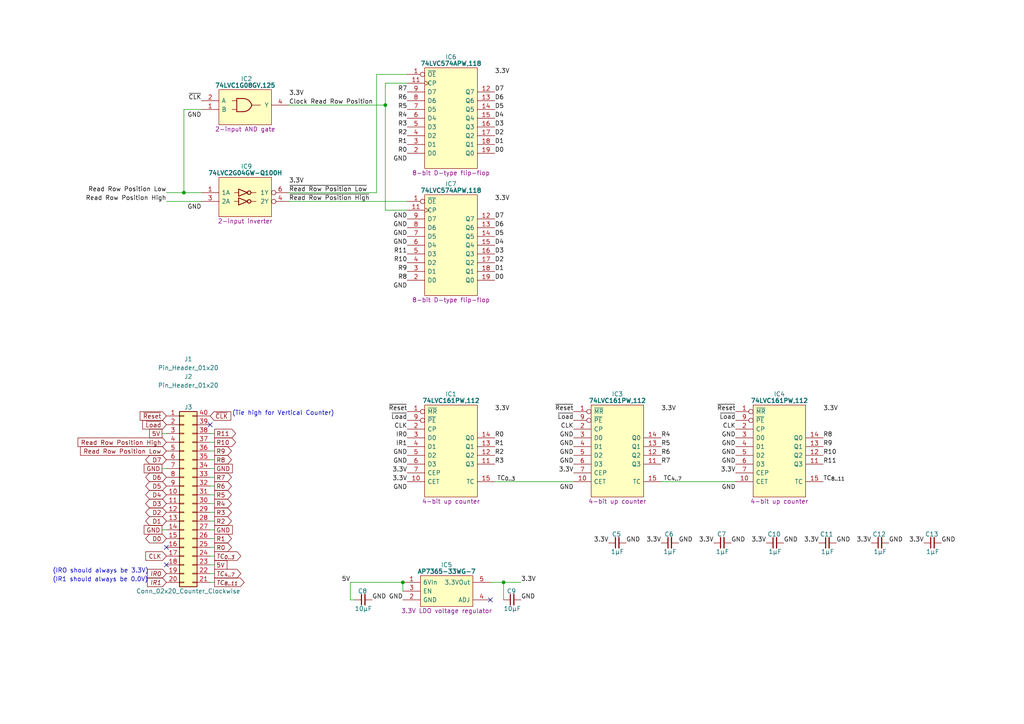
<source format=kicad_sch>
(kicad_sch (version 20231120) (generator "eeschema") (generator_version "8.0")
  (paper "A4")
  (title_block (title "12bit Video Counter") (date "2023-11-11") (rev "V0"))
  (lib_symbols
    (symbol "Connector_Generic:Conn_02x20_Counter_Clockwise" (pin_names (offset 1.016) hide)
      (property "Reference" "J" (at 1.27 25.4 0))
      (property "Value" "Conn_02x20_Counter_Clockwise" (at 1.27 -27.94 0))
      (symbol "Conn_02x20_Counter_Clockwise_1_1"
        (rectangle (start -1.27 -25.273) (end 0 -25.527) (stroke (width 0.1524)))
        (rectangle (start -1.27 -22.733) (end 0 -22.987) (stroke (width 0.1524)))
        (rectangle (start -1.27 -20.193) (end 0 -20.447) (stroke (width 0.1524)))
        (rectangle (start -1.27 -17.653) (end 0 -17.907) (stroke (width 0.1524)))
        (rectangle (start -1.27 -15.113) (end 0 -15.367) (stroke (width 0.1524)))
        (rectangle (start -1.27 -12.573) (end 0 -12.827) (stroke (width 0.1524)))
        (rectangle (start -1.27 -10.033) (end 0 -10.287) (stroke (width 0.1524)))
        (rectangle (start -1.27 -7.493) (end 0 -7.747) (stroke (width 0.1524)))
        (rectangle (start -1.27 -4.953) (end 0 -5.207) (stroke (width 0.1524)))
        (rectangle (start -1.27 -2.413) (end 0 -2.667) (stroke (width 0.1524)))
        (rectangle (start -1.27 0.127) (end 0 -0.127) (stroke (width 0.1524)))
        (rectangle (start -1.27 2.667) (end 0 2.413) (stroke (width 0.1524)))
        (rectangle (start -1.27 5.207) (end 0 4.953) (stroke (width 0.1524)))
        (rectangle (start -1.27 7.747) (end 0 7.493) (stroke (width 0.1524)))
        (rectangle (start -1.27 10.287) (end 0 10.033) (stroke (width 0.1524)))
        (rectangle (start -1.27 12.827) (end 0 12.573) (stroke (width 0.1524)))
        (rectangle (start -1.27 15.367) (end 0 15.113) (stroke (width 0.1524)))
        (rectangle (start -1.27 17.907) (end 0 17.653) (stroke (width 0.1524)))
        (rectangle (start -1.27 20.447) (end 0 20.193) (stroke (width 0.1524)))
        (rectangle (start -1.27 22.987) (end 0 22.733) (stroke (width 0.1524)))
        (rectangle (start -1.27 24.13) (end 3.81 -26.67) (stroke (width 0.254)) (fill (type background)))
        (rectangle (start 3.81 -25.273) (end 2.54 -25.527) (stroke (width 0.1524)))
        (rectangle (start 3.81 -22.733) (end 2.54 -22.987) (stroke (width 0.1524)))
        (rectangle (start 3.81 -20.193) (end 2.54 -20.447) (stroke (width 0.1524)))
        (rectangle (start 3.81 -17.653) (end 2.54 -17.907) (stroke (width 0.1524)))
        (rectangle (start 3.81 -15.113) (end 2.54 -15.367) (stroke (width 0.1524)))
        (rectangle (start 3.81 -12.573) (end 2.54 -12.827) (stroke (width 0.1524)))
        (rectangle (start 3.81 -10.033) (end 2.54 -10.287) (stroke (width 0.1524)))
        (rectangle (start 3.81 -7.493) (end 2.54 -7.747) (stroke (width 0.1524)))
        (rectangle (start 3.81 -4.953) (end 2.54 -5.207) (stroke (width 0.1524)))
        (rectangle (start 3.81 -2.413) (end 2.54 -2.667) (stroke (width 0.1524)))
        (rectangle (start 3.81 0.127) (end 2.54 -0.127) (stroke (width 0.1524)))
        (rectangle (start 3.81 2.667) (end 2.54 2.413) (stroke (width 0.1524)))
        (rectangle (start 3.81 5.207) (end 2.54 4.953) (stroke (width 0.1524)))
        (rectangle (start 3.81 7.747) (end 2.54 7.493) (stroke (width 0.1524)))
        (rectangle (start 3.81 10.287) (end 2.54 10.033) (stroke (width 0.1524)))
        (rectangle (start 3.81 12.827) (end 2.54 12.573) (stroke (width 0.1524)))
        (rectangle (start 3.81 15.367) (end 2.54 15.113) (stroke (width 0.1524)))
        (rectangle (start 3.81 17.907) (end 2.54 17.653) (stroke (width 0.1524)))
        (rectangle (start 3.81 20.447) (end 2.54 20.193) (stroke (width 0.1524)))
        (rectangle (start 3.81 22.987) (end 2.54 22.733) (stroke (width 0.1524)))
        (pin passive line (at -5.08 22.86 0) (length 3.81) (name "Pin_1") (number "1"))
        (pin passive line (at -5.08 0 0) (length 3.81) (name "Pin_10") (number "10"))
        (pin passive line (at -5.08 -2.54 0) (length 3.81) (name "Pin_11") (number "11"))
        (pin passive line (at -5.08 -5.08 0) (length 3.81) (name "Pin_12") (number "12"))
        (pin passive line (at -5.08 -7.62 0) (length 3.81) (name "Pin_13") (number "13"))
        (pin passive line (at -5.08 -10.16 0) (length 3.81) (name "Pin_14") (number "14"))
        (pin passive line (at -5.08 -12.7 0) (length 3.81) (name "Pin_15") (number "15"))
        (pin passive line (at -5.08 -15.24 0) (length 3.81) (name "Pin_16") (number "16"))
        (pin passive line (at -5.08 -17.78 0) (length 3.81) (name "Pin_17") (number "17"))
        (pin passive line (at -5.08 -20.32 0) (length 3.81) (name "Pin_18") (number "18"))
        (pin passive line (at -5.08 -22.86 0) (length 3.81) (name "Pin_19") (number "19"))
        (pin passive line (at -5.08 20.32 0) (length 3.81) (name "Pin_2") (number "2"))
        (pin passive line (at -5.08 -25.4 0) (length 3.81) (name "Pin_20") (number "20"))
        (pin passive line (at 7.62 -25.4 180) (length 3.81) (name "Pin_21") (number "21"))
        (pin passive line (at 7.62 -22.86 180) (length 3.81) (name "Pin_22") (number "22"))
        (pin passive line (at 7.62 -20.32 180) (length 3.81) (name "Pin_23") (number "23"))
        (pin passive line (at 7.62 -17.78 180) (length 3.81) (name "Pin_24") (number "24"))
        (pin passive line (at 7.62 -15.24 180) (length 3.81) (name "Pin_25") (number "25"))
        (pin passive line (at 7.62 -12.7 180) (length 3.81) (name "Pin_26") (number "26"))
        (pin passive line (at 7.62 -10.16 180) (length 3.81) (name "Pin_27") (number "27"))
        (pin passive line (at 7.62 -7.62 180) (length 3.81) (name "Pin_28") (number "28"))
        (pin passive line (at 7.62 -5.08 180) (length 3.81) (name "Pin_29") (number "29"))
        (pin passive line (at -5.08 17.78 0) (length 3.81) (name "Pin_3") (number "3"))
        (pin passive line (at 7.62 -2.54 180) (length 3.81) (name "Pin_30") (number "30"))
        (pin passive line (at 7.62 0 180) (length 3.81) (name "Pin_31") (number "31"))
        (pin passive line (at 7.62 2.54 180) (length 3.81) (name "Pin_32") (number "32"))
        (pin passive line (at 7.62 5.08 180) (length 3.81) (name "Pin_33") (number "33"))
        (pin passive line (at 7.62 7.62 180) (length 3.81) (name "Pin_34") (number "34"))
        (pin passive line (at 7.62 10.16 180) (length 3.81) (name "Pin_35") (number "35"))
        (pin passive line (at 7.62 12.7 180) (length 3.81) (name "Pin_36") (number "36"))
        (pin passive line (at 7.62 15.24 180) (length 3.81) (name "Pin_37") (number "37"))
        (pin passive line (at 7.62 17.78 180) (length 3.81) (name "Pin_38") (number "38"))
        (pin passive line (at 7.62 20.32 180) (length 3.81) (name "Pin_39") (number "39"))
        (pin passive line (at -5.08 15.24 0) (length 3.81) (name "Pin_4") (number "4"))
        (pin passive line (at 7.62 22.86 180) (length 3.81) (name "Pin_40") (number "40"))
        (pin passive line (at -5.08 12.7 0) (length 3.81) (name "Pin_5") (number "5"))
        (pin passive line (at -5.08 10.16 0) (length 3.81) (name "Pin_6") (number "6"))
        (pin passive line (at -5.08 7.62 0) (length 3.81) (name "Pin_7") (number "7"))
        (pin passive line (at -5.08 5.08 0) (length 3.81) (name "Pin_8") (number "8"))
        (pin passive line (at -5.08 2.54 0) (length 3.81) (name "Pin_9") (number "9"))
      )
    )
    (symbol "Diodes_Inc:AP7365-33WG-7" (pin_names (offset 0.762))
      (property "Reference" "IC" (at 12.7 5.08 0))
      (property "Value" "AP7365-33WG-7" (at 12.7 3.175 0))
      (property "Description" "3.3V LDO voltage regulator" (at 12.7 -8.255 0))
      (symbol "AP7365-33WG-7_0_0"
        (pin passive line (at 0 -5.08 0) (length 5.08) (name "GND") (number "2"))
        (pin input line (at 0 -2.54 0) (length 5.08) (name "EN") (number "3"))
        (pin passive line (at 25.4 -5.08 180) (length 5.08) (name "ADJ") (number "4"))
      )
      (symbol "AP7365-33WG-7_0_1"
        (polyline (pts (xy 5.08 1.905) (xy 20.32 1.905) (xy 20.32 -6.985) (xy 5.08 -6.985) (xy 5.08 1.905)) (fill (type background)))
      )
      (symbol "AP7365-33WG-7_1_0"
        (pin passive line (at 0 0 0) (length 5.08) (name "6VIn") (number "1"))
        (pin passive line (at 25.4 0 180) (length 5.08) (name "3.3VOut") (number "5"))
      )
    )
    (symbol "HCP65:C_0805" (pin_numbers hide) (pin_names (offset 0.254) hide)
      (property "Reference" "C" (at 2.286 2.54 0))
      (property "Value" "?μF" (at 2.54 -2.54 0))
      (symbol "C_0805_0_1"
        (polyline (pts (xy 1.9685 -1.4605) (xy 1.9685 1.5875)) (stroke (width 0.3048)))
        (polyline (pts (xy 2.9845 -1.4605) (xy 2.9845 1.5875)) (stroke (width 0.3302)))
      )
      (symbol "C_0805_1_1"
        (pin passive line (at 0 0 0) (length 2.032) (name "~") (number "1"))
        (pin passive line (at 5.08 0 180) (length 2.032) (name "~") (number "2"))
      )
    )
    (symbol "HCP65:Pin_Header_01x32" (pin_names (offset 1.016) hide)
      (property "Reference" "J" (at 0 1.27 0))
      (property "Value" "Pin_Header_01x32" (at 0 -1.27 0))
    )
    (symbol "Nexperia:74LVC161PW,112" (pin_names (offset 0.762))
      (property "Reference" "IC" (at 12.7 5.08 0))
      (property "Value" "74LVC161PW,112" (at 12.7 3.175 0))
      (property "Description" "4-bit up counter" (at 12.7 -26.035 0))
      (symbol "74LVC161PW,112_0_0"
        (pin input inverted (at 0 0 0) (length 5.08) (name "~{MR}") (number "1"))
        (pin input line (at 0 -20.32 0) (length 5.08) (name "CET") (number "10"))
        (pin output line (at 25.4 -15.24 180) (length 5.08) (name "Q3") (number "11"))
        (pin output line (at 25.4 -12.7 180) (length 5.08) (name "Q2") (number "12"))
        (pin output line (at 25.4 -10.16 180) (length 5.08) (name "Q1") (number "13"))
        (pin output line (at 25.4 -7.62 180) (length 5.08) (name "Q0") (number "14"))
        (pin output line (at 25.4 -20.32 180) (length 5.08) (name "TC") (number "15"))
        (pin passive line (at 25.4 0 180) (length 5.08) hide (name "3V") (number "16"))
        (pin input line (at 0 -5.08 0) (length 5.08) (name "CP") (number "2"))
        (pin input line (at 0 -7.62 0) (length 5.08) (name "D0") (number "3"))
        (pin input line (at 0 -10.16 0) (length 5.08) (name "D1") (number "4"))
        (pin input line (at 0 -12.7 0) (length 5.08) (name "D2") (number "5"))
        (pin input line (at 0 -15.24 0) (length 5.08) (name "D3") (number "6"))
        (pin input line (at 0 -17.78 0) (length 5.08) (name "CEP") (number "7"))
        (pin passive line (at 0 -22.86 0) (length 5.08) hide (name "GND") (number "8"))
        (pin input inverted (at 0 -2.54 0) (length 5.08) (name "~{PE}") (number "9"))
      )
      (symbol "74LVC161PW,112_0_1"
        (polyline (pts (xy 5.08 1.905) (xy 20.32 1.905) (xy 20.32 -24.765) (xy 5.08 -24.765) (xy 5.08 1.905)) (stroke (width 0.1524)) (fill (type background)))
      )
    )
    (symbol "Nexperia:74LVC1G08GV,125" (pin_names (offset 0.762))
      (property "Reference" "IC" (at 11.43 6.35 0))
      (property "Value" "74LVC1G08GV,125" (at 12.7 4.445 0))
      (property "Description" "2-input AND gate" (at 12.7 -8.255 0))
      (symbol "74LVC1G08GV,125_0_0"
        (pin input line (at 0 -2.54 0) (length 5.08) (name "B") (number "1"))
        (pin input line (at 0 0 0) (length 5.08) (name "A") (number "2"))
        (pin passive line (at 0 -5.08 0) (length 5.08) hide (name "GND") (number "3"))
        (pin output line (at 25.4 -1.27 180) (length 5.08) (name "Y") (number "4"))
        (pin passive line (at 25.4 1.27 180) (length 5.08) hide (name "3V") (number "5"))
      )
      (symbol "74LVC1G08GV,125_0_1"
        (polyline (pts (xy 8.89 -2.54) (xy 10.1599 -2.54)))
        (polyline (pts (xy 8.89 0) (xy 10.1599 0)))
        (polyline (pts (xy 10.248 0.635) (xy 10.248 -3.175)) (stroke (width 0.254)) (fill (type background)))
        (polyline (pts (xy 12.065 -3.175) (xy 10.248 -3.175)) (stroke (width 0.254)) (fill (type background)))
        (polyline (pts (xy 12.065 0.635) (xy 10.248 0.635)) (stroke (width 0.254)) (fill (type background)))
        (polyline (pts (xy 14.605 -1.27) (xy 17.145 -1.27)))
        (polyline (pts (xy 5.08 3.175) (xy 20.32 3.175) (xy 20.32 -6.985) (xy 5.08 -6.985) (xy 5.08 3.175)) (stroke (width 0.1524)) (fill (type background)))
        (arc (start 12.065 -3.175) (mid 13.6634 -2.6604) (end 14.605 -1.27) (stroke (width 0.254)))
        (arc (start 14.605 -1.27) (mid 13.6644 0.1222) (end 12.065 0.635) (stroke (width 0.254)))
      )
    )
    (symbol "Nexperia:74LVC2G04GW-Q100H" (pin_names (offset 0.762))
      (property "Reference" "IC" (at 11.43 7.62 0))
      (property "Value" "74LVC2G04GW-Q100H" (at 12.7 5.715 0))
      (property "Description" "2-input inverter" (at 12.7 -8.255 0))
      (symbol "74LVC2G04GW-Q100H_0_0"
        (pin input line (at 0 0 0) (length 5.08) (name "1A") (number "1"))
        (pin passive line (at 0 -5.08 0) (length 5.08) hide (name "GND") (number "2"))
        (pin input line (at 0 -2.54 0) (length 5.08) (name "2A") (number "3"))
        (pin output inverted (at 25.4 -2.54 180) (length 5.08) (name "2Y") (number "4"))
        (pin passive line (at 25.4 2.54 180) (length 5.08) hide (name "3V") (number "5"))
        (pin output inverted (at 25.4 0 180) (length 5.08) (name "1Y") (number "6"))
      )
      (symbol "74LVC2G04GW-Q100H_0_1"
        (polyline (pts (xy 9.525 -2.54) (xy 10.7949 -2.54)))
        (polyline (pts (xy 9.525 0) (xy 10.7949 0)))
        (polyline (pts (xy 14.351 -2.54) (xy 15.875 -2.54)))
        (polyline (pts (xy 14.351 0) (xy 15.875 0)))
        (polyline (pts (xy 10.795 -3.556) (xy 13.335 -2.54) (xy 10.795 -1.524)) (stroke (width 0.254)))
        (polyline (pts (xy 10.795 -1.016) (xy 13.335 0) (xy 10.795 1.016)) (stroke (width 0.254)))
        (polyline (pts (xy 5.08 4.445) (xy 20.32 4.445) (xy 20.32 -6.985) (xy 5.08 -6.985) (xy 5.08 4.445)) (stroke (width 0.1524)) (fill (type background)))
        (rectangle (start 10.795 -1.524) (end 10.795 -3.556) (stroke (width 0.254)) (fill (type background)))
        (rectangle (start 10.795 1.016) (end 10.795 -1.016) (stroke (width 0.254)) (fill (type background)))
        (circle (center 13.843 -2.54) (radius 0.508) (stroke (width 0.254)))
        (circle (center 13.843 0) (radius 0.508) (stroke (width 0.254)))
      )
    )
    (symbol "Nexperia:74LVC574APW,118" (pin_names (offset 0.762))
      (property "Reference" "IC" (at 12.7 5.08 0))
      (property "Value" "74LVC574APW,118" (at 12.7 3.175 0))
      (property "Description" "8-bit D-type flip-flop" (at 12.7 -28.575 0))
      (symbol "74LVC574APW,118_0_0"
        (pin input inverted (at 0 0 0) (length 5.08) (name "~{OE}") (number "1"))
        (pin passive line (at 0 -25.4 0) (length 5.08) hide (name "GND") (number "10"))
        (pin input clock (at 0 -2.54 0) (length 5.08) (name "CP") (number "11"))
        (pin tri_state line (at 25.4 -7.62 180) (length 5.08) (name "Q6") (number "13"))
        (pin tri_state line (at 25.4 -10.16 180) (length 5.08) (name "Q5") (number "14"))
        (pin tri_state line (at 25.4 -12.7 180) (length 5.08) (name "Q4") (number "15"))
        (pin tri_state line (at 25.4 -15.24 180) (length 5.08) (name "Q3") (number "16"))
        (pin tri_state line (at 25.4 -17.78 180) (length 5.08) (name "Q2") (number "17"))
        (pin tri_state line (at 25.4 -20.32 180) (length 5.08) (name "Q1") (number "18"))
        (pin tri_state line (at 25.4 -22.86 180) (length 5.08) (name "Q0") (number "19"))
        (pin input line (at 0 -22.86 0) (length 5.08) (name "D0") (number "2"))
        (pin passive line (at 25.4 0 180) (length 5.08) hide (name "3V") (number "20"))
        (pin input line (at 0 -20.32 0) (length 5.08) (name "D1") (number "3"))
        (pin input line (at 0 -17.78 0) (length 5.08) (name "D2") (number "4"))
        (pin input line (at 0 -15.24 0) (length 5.08) (name "D3") (number "5"))
        (pin input line (at 0 -12.7 0) (length 5.08) (name "D4") (number "6"))
        (pin input line (at 0 -10.16 0) (length 5.08) (name "D5") (number "7"))
        (pin input line (at 0 -7.62 0) (length 5.08) (name "D6") (number "8"))
        (pin input line (at 0 -5.08 0) (length 5.08) (name "D7") (number "9"))
      )
      (symbol "74LVC574APW,118_0_1"
        (polyline (pts (xy 5.08 1.905) (xy 20.32 1.905) (xy 20.32 -27.305) (xy 5.08 -27.305) (xy 5.08 1.905)) (stroke (width 0.1524)) (fill (type background)))
      )
      (symbol "74LVC574APW,118_1_0"
        (pin tri_state line (at 25.4 -5.08 180) (length 5.08) (name "Q7") (number "12"))
      )
    )
  )
  (junction (at 111.76 30.48))
  (junction (at 116.84 168.91))
  (junction (at 146.05 168.91))
  (junction (at 53.34 55.88))
  (no_connect (at 142.24 173.99))
  (no_connect (at 48.26 163.83))
  (no_connect (at 48.26 158.75))
  (no_connect (at 60.96 123.19))
  (wire (pts (xy 62.23 130.81) (xy 60.96 130.81)))
  (wire (pts (xy 62.23 161.29) (xy 60.96 161.29)))
  (wire (pts (xy 62.23 158.75) (xy 60.96 158.75)))
  (wire (pts (xy 83.82 30.48) (xy 111.76 30.48)))
  (wire (pts (xy 62.23 125.73) (xy 60.96 125.73)))
  (wire (pts (xy 53.34 31.75) (xy 58.42 31.75)))
  (wire (pts (xy 62.23 151.13) (xy 60.96 151.13)))
  (wire (pts (xy 146.05 173.99) (xy 146.05 168.91)))
  (wire (pts (xy 62.23 135.89) (xy 60.96 135.89)))
  (wire (pts (xy 62.23 146.05) (xy 60.96 146.05)))
  (wire (pts (xy 48.26 55.88) (xy 53.34 55.88)))
  (wire (pts (xy 62.23 148.59) (xy 60.96 148.59)))
  (wire (pts (xy 111.76 60.96) (xy 118.11 60.96)))
  (wire (pts (xy 101.6 168.91) (xy 116.84 168.91)))
  (wire (pts (xy 62.23 156.21) (xy 60.96 156.21)))
  (wire (pts (xy 62.23 138.43) (xy 60.96 138.43)))
  (wire (pts (xy 62.23 163.83) (xy 60.96 163.83)))
  (wire (pts (xy 111.76 24.13) (xy 111.76 30.48)))
  (wire (pts (xy 116.84 168.91) (xy 116.84 171.45)))
  (wire (pts (xy 46.99 125.73) (xy 48.26 125.73)))
  (wire (pts (xy 48.26 58.42) (xy 58.42 58.42)))
  (wire (pts (xy 109.22 21.59) (xy 118.11 21.59)))
  (wire (pts (xy 46.99 135.89) (xy 48.26 135.89)))
  (wire (pts (xy 62.23 140.97) (xy 60.96 140.97)))
  (wire (pts (xy 142.24 168.91) (xy 146.05 168.91)))
  (wire (pts (xy 62.23 133.35) (xy 60.96 133.35)))
  (wire (pts (xy 62.23 168.91) (xy 60.96 168.91)))
  (wire (pts (xy 143.51 139.7) (xy 166.37 139.7)))
  (wire (pts (xy 101.6 168.91) (xy 101.6 173.99)))
  (wire (pts (xy 62.23 153.67) (xy 60.96 153.67)))
  (wire (pts (xy 191.77 139.7) (xy 213.36 139.7)))
  (wire (pts (xy 111.76 24.13) (xy 118.11 24.13)))
  (wire (pts (xy 83.82 55.88) (xy 109.22 55.88)))
  (wire (pts (xy 62.23 143.51) (xy 60.96 143.51)))
  (wire (pts (xy 83.82 58.42) (xy 118.11 58.42)))
  (wire (pts (xy 53.34 55.88) (xy 58.42 55.88)))
  (wire (pts (xy 109.22 55.88) (xy 109.22 21.59)))
  (wire (pts (xy 111.76 30.48) (xy 111.76 60.96)))
  (wire (pts (xy 101.6 173.99) (xy 102.87 173.99)))
  (wire (pts (xy 62.23 128.27) (xy 60.96 128.27)))
  (wire (pts (xy 46.99 153.67) (xy 48.26 153.67)))
  (wire (pts (xy 146.05 168.91) (xy 151.13 168.91)))
  (wire (pts (xy 53.34 31.75) (xy 53.34 55.88)))
  (wire (pts (xy 62.23 166.37) (xy 60.96 166.37)))
  (text "(Tie high for Vertical Counter)" (at 67.31 120.65 0) (effects (font (size 1.27 1.27)) (justify left bottom)))
  (text "(IRO should always be 3.3V)" (at 15.24 166.37 0) (effects (font (size 1.27 1.27)) (justify left bottom)))
  (text "(IR1 should always be 0.0V)" (at 15.24 168.91 0) (effects (font (size 1.27 1.27)) (justify left bottom)))
  (label "R7" (at 118.11 26.67 180))
  (label "R3" (at 143.51 134.62 0))
  (label "GND" (at 213.36 129.54 180))
  (label "R11" (at 238.76 134.62 0))
  (label "R10" (at 238.76 132.08 0))
  (label "3.3V" (at 83.82 27.94 0))
  (label "3.3V" (at 143.51 58.42 0))
  (label "GND" (at 118.11 68.58 180))
  (label "R0" (at 118.11 44.45 180))
  (label "R9" (at 238.76 129.54 0))
  (label "R8" (at 238.76 127 0))
  (label "D0" (at 143.51 44.45 0))
  (label "R11" (at 118.11 73.66 180))
  (label "R2" (at 118.11 39.37 180))
  (label "GND" (at 242.57 157.48 0))
  (label "D7" (at 143.51 26.67 0))
  (label "GND" (at 118.11 66.04 180))
  (label "GND" (at 166.37 134.62 180))
  (label "GND" (at 151.13 173.99 0))
  (label "~{Read Row Position Low}" (at 83.82 55.88 0))
  (label "GND" (at 213.36 132.08 180))
  (label "TC_{8..11}" (at 238.76 139.7 0))
  (label "TC_{0..3}" (at 144.145 139.7 0))
  (label "GND" (at 118.11 132.08 180))
  (label "GND" (at 196.85 157.48 0))
  (label "D1" (at 143.51 41.91 0))
  (label "IR0" (at 118.11 127 180))
  (label "D1" (at 143.51 78.74 0))
  (label "3.3V" (at 166.37 137.16 180))
  (label "D2" (at 143.51 39.37 0))
  (label "GND" (at 58.42 34.29 180))
  (label "D3" (at 143.51 73.66 0))
  (label "3.3V" (at 143.51 119.38 0))
  (label "D7" (at 143.51 63.5 0))
  (label "GND" (at 107.95 173.99 0))
  (label "5V" (at 101.6 168.91 180))
  (label "GND" (at 118.11 134.62 180))
  (label "TC_{4..7}" (at 192.405 139.7 0))
  (label "R3" (at 118.11 36.83 180))
  (label "R7" (at 191.77 134.62 0))
  (label "GND" (at 166.37 142.24 180))
  (label "Read Row Position Low" (at 48.26 55.88 180))
  (label "D2" (at 143.51 76.2 0))
  (label "GND" (at 213.36 127 180))
  (label "GND" (at 118.11 63.5 180))
  (label "R1" (at 143.51 129.54 0))
  (label "GND" (at 166.37 127 180))
  (label "GND" (at 116.84 173.99 180))
  (label "GND" (at 118.11 142.24 180))
  (label "R5" (at 118.11 31.75 180))
  (label "GND" (at 118.11 83.82 180))
  (label "R10" (at 118.11 76.2 180))
  (label "D0" (at 143.51 81.28 0))
  (label "CLK" (at 213.36 124.46 180))
  (label "D3" (at 143.51 36.83 0))
  (label "Read Row Position High" (at 48.26 58.42 180))
  (label "3.3V" (at 237.49 157.48 180))
  (label "R6" (at 191.77 132.08 0))
  (label "~{Reset}" (at 118.11 119.38 180))
  (label "Clock Read Row Position" (at 83.82 30.48 0))
  (label "3.3V" (at 222.25 157.48 180))
  (label "3.3V" (at 213.36 137.16 180))
  (label "R9" (at 118.11 78.74 180))
  (label "GND" (at 213.36 142.24 180))
  (label "3.3V" (at 191.77 119.38 0))
  (label "~{Load}" (at 118.11 121.92 180))
  (label "D4" (at 143.51 34.29 0))
  (label "R2" (at 143.51 132.08 0))
  (label "3.3V" (at 238.76 119.38 0))
  (label "GND" (at 166.37 129.54 180))
  (label "GND" (at 58.42 60.96 180))
  (label "~{Load}" (at 213.36 121.92 180))
  (label "R8" (at 118.11 81.28 180))
  (label "CLK" (at 118.11 124.46 180))
  (label "GND" (at 118.11 46.99 180))
  (label "R6" (at 118.11 29.21 180))
  (label "R4" (at 191.77 127 0))
  (label "GND" (at 166.37 132.08 180))
  (label "3.3V" (at 151.13 168.91 0))
  (label "GND" (at 181.61 157.48 0))
  (label "~{Reset}" (at 166.37 119.38 180))
  (label "D6" (at 143.51 29.21 0))
  (label "3.3V" (at 118.11 139.7 180))
  (label "D4" (at 143.51 71.12 0))
  (label "3.3V" (at 207.01 157.48 180))
  (label "GND" (at 212.09 157.48 0))
  (label "~{Read Row Position High}" (at 83.82 58.42 0))
  (label "~{Load}" (at 166.37 121.92 180))
  (label "GND" (at 273.05 157.48 0))
  (label "3.3V" (at 191.77 157.48 180))
  (label "R0" (at 143.51 127 0))
  (label "R1" (at 118.11 41.91 180))
  (label "CLK" (at 166.37 124.46 180))
  (label "~{Reset}" (at 213.36 119.38 180))
  (label "3.3V" (at 252.73 157.48 180))
  (label "D6" (at 143.51 66.04 0))
  (label "3.3V" (at 176.53 157.48 180))
  (label "R5" (at 191.77 129.54 0))
  (label "~{CLK}" (at 58.42 29.21 180))
  (label "D5" (at 143.51 68.58 0))
  (label "D5" (at 143.51 31.75 0))
  (label "3.3V" (at 83.82 53.34 0))
  (label "GND" (at 213.36 134.62 180))
  (label "GND" (at 227.33 157.48 0))
  (label "IR1" (at 118.11 129.54 180))
  (label "GND" (at 257.81 157.48 0))
  (label "GND" (at 118.11 71.12 180))
  (label "R4" (at 118.11 34.29 180))
  (label "3.3V" (at 267.97 157.48 180))
  (label "3.3V" (at 143.51 21.59 0))
  (label "3.3V" (at 118.11 137.16 180))
  (global_label "GND" (shape passive) (at 46.99 153.67 180) (property "Intersheetrefs" "${INTERSHEET_REFS}" (effects (hide yes))))
  (global_label "GND" (shape passive) (at 46.99 135.89 180) (property "Intersheetrefs" "${INTERSHEET_REFS}" (effects (hide yes))))
  (global_label "GND" (shape passive) (at 62.23 135.89 0) (property "Intersheetrefs" "${INTERSHEET_REFS}" (effects (hide yes))))
  (global_label "TC_{4..7}" (shape output) (at 62.23 166.37 0) (effects (font (italic yes))) (property "Intersheetrefs" "${INTERSHEET_REFS}" (effects (hide yes))))
  (global_label "R3" (shape output) (at 62.23 148.59 0) (property "Intersheetrefs" "${INTERSHEET_REFS}" (effects (hide yes))))
  (global_label "IR1" (shape input) (at 48.26 168.91 180) (effects (font (italic yes))) (property "Intersheetrefs" "${INTERSHEET_REFS}" (effects (hide yes))))
  (global_label "R11" (shape output) (at 62.23 125.73 0) (property "Intersheetrefs" "${INTERSHEET_REFS}" (effects (hide yes))))
  (global_label "D2" (shape tri_state) (at 48.26 148.59 180) (property "Intersheetrefs" "${INTERSHEET_REFS}" (effects (hide yes))))
  (global_label "TC_{0..3}" (shape output) (at 62.23 161.29 0) (effects (font (italic yes))) (property "Intersheetrefs" "${INTERSHEET_REFS}" (effects (hide yes))))
  (global_label "R0" (shape output) (at 62.23 158.75 0) (property "Intersheetrefs" "${INTERSHEET_REFS}" (effects (hide yes))))
  (global_label "D5" (shape tri_state) (at 48.26 140.97 180) (property "Intersheetrefs" "${INTERSHEET_REFS}" (effects (hide yes))))
  (global_label "R5" (shape output) (at 62.23 143.51 0) (property "Intersheetrefs" "${INTERSHEET_REFS}" (effects (hide yes))))
  (global_label "R7" (shape output) (at 62.23 138.43 0) (property "Intersheetrefs" "${INTERSHEET_REFS}" (effects (hide yes))))
  (global_label "GND" (shape passive) (at 62.23 153.67 0) (property "Intersheetrefs" "${INTERSHEET_REFS}" (effects (hide yes))))
  (global_label "D4" (shape tri_state) (at 48.26 143.51 180) (property "Intersheetrefs" "${INTERSHEET_REFS}" (effects (hide yes))))
  (global_label "R9" (shape output) (at 62.23 130.81 0) (property "Intersheetrefs" "${INTERSHEET_REFS}" (effects (hide yes))))
  (global_label "R1" (shape output) (at 62.23 156.21 0) (property "Intersheetrefs" "${INTERSHEET_REFS}" (effects (hide yes))))
  (global_label "R6" (shape output) (at 62.23 140.97 0) (property "Intersheetrefs" "${INTERSHEET_REFS}" (effects (hide yes))))
  (global_label "D6" (shape tri_state) (at 48.26 138.43 180) (property "Intersheetrefs" "${INTERSHEET_REFS}" (effects (hide yes))))
  (global_label "~{Reset}" (shape input) (at 48.26 120.65 180) (property "Intersheetrefs" "${INTERSHEET_REFS}" (effects (hide yes))))
  (global_label "R4" (shape output) (at 62.23 146.05 0) (property "Intersheetrefs" "${INTERSHEET_REFS}" (effects (hide yes))))
  (global_label "D3" (shape tri_state) (at 48.26 146.05 180) (property "Intersheetrefs" "${INTERSHEET_REFS}" (effects (hide yes))))
  (global_label "IR0" (shape input) (at 48.26 166.37 180) (effects (font (italic yes))) (property "Intersheetrefs" "${INTERSHEET_REFS}" (effects (hide yes))))
  (global_label "5V" (shape passive) (at 62.23 163.83 0) (property "Intersheetrefs" "${INTERSHEET_REFS}" (effects (hide yes))))
  (global_label "Read Row Position High" (shape input) (at 48.26 128.27 180) (property "Intersheetrefs" "${INTERSHEET_REFS}" (effects (hide yes))))
  (global_label "~{Load}" (shape input) (at 48.26 123.19 180) (property "Intersheetrefs" "${INTERSHEET_REFS}" (effects (hide yes))))
  (global_label "~{CLK}" (shape input) (at 60.96 120.65 0) (property "Intersheetrefs" "${INTERSHEET_REFS}" (effects (hide yes))))
  (global_label "D7" (shape tri_state) (at 48.26 133.35 180) (property "Intersheetrefs" "${INTERSHEET_REFS}" (effects (hide yes))))
  (global_label "D0" (shape tri_state) (at 48.26 156.21 180) (property "Intersheetrefs" "${INTERSHEET_REFS}" (effects (hide yes))))
  (global_label "CLK" (shape input) (at 48.26 161.29 180) (property "Intersheetrefs" "${INTERSHEET_REFS}" (effects (hide yes))))
  (global_label "R10" (shape output) (at 62.23 128.27 0) (property "Intersheetrefs" "${INTERSHEET_REFS}" (effects (hide yes))))
  (global_label "TC_{8..11}" (shape output) (at 62.23 168.91 0) (effects (font (italic yes))) (property "Intersheetrefs" "${INTERSHEET_REFS}" (effects (hide yes))))
  (global_label "D1" (shape tri_state) (at 48.26 151.13 180) (property "Intersheetrefs" "${INTERSHEET_REFS}" (effects (hide yes))))
  (global_label "Read Row Position Low" (shape input) (at 48.26 130.81 180) (property "Intersheetrefs" "${INTERSHEET_REFS}" (effects (hide yes))))
  (global_label "5V" (shape passive) (at 46.99 125.73 180) (property "Intersheetrefs" "${INTERSHEET_REFS}" (effects (hide yes))))
  (global_label "R2" (shape output) (at 62.23 151.13 0) (property "Intersheetrefs" "${INTERSHEET_REFS}" (effects (hide yes))))
  (global_label "R8" (shape output) (at 62.23 133.35 0) (property "Intersheetrefs" "${INTERSHEET_REFS}" (effects (hide yes))))
  (symbol (lib_id "HCP65:C_0805") (at 207.01 157.48 0) (unit 1)
    (property "Reference" "C7" (at 209.296 154.94 0))
    (property "Value" "1μF" (at 209.55 160.02 0))
    (property "Footprint" "SamacSys_Parts:C_0805" (effects (hide yes)))
  )
  (symbol (lib_id "HCP65:C_0805") (at 252.73 157.48 0) (unit 1)
    (property "Reference" "C12" (at 255.016 154.94 0))
    (property "Value" "1μF" (at 255.27 160.02 0))
    (property "Footprint" "SamacSys_Parts:C_0805" (effects (hide yes)))
  )
  (symbol (lib_id "HCP65:C_0805") (at 191.77 157.48 0) (unit 1)
    (property "Reference" "C6" (at 194.056 154.94 0))
    (property "Value" "1μF" (at 194.31 160.02 0))
    (property "Footprint" "SamacSys_Parts:C_0805" (effects (hide yes)))
  )
  (symbol (lib_id "HCP65:C_0805") (at 222.25 157.48 0) (unit 1)
    (property "Reference" "C10" (at 224.536 154.94 0))
    (property "Value" "1μF" (at 224.79 160.02 0))
    (property "Footprint" "SamacSys_Parts:C_0805" (effects (hide yes)))
  )
  (symbol (lib_id "Nexperia:74LVC161PW,112") (at 166.37 119.38 0) (unit 1)
    (property "Reference" "IC3" (at 179.07 114.3 0))
    (property "Value" "74LVC161PW,112" (at 179.07 116.205 0) (effects (font (bold yes))))
    (property "Footprint" "SamacSys_Parts:SOP65P640X110-16N" (effects (hide yes)))
    (property "Datasheet" "https://assets.nexperia.com/documents/data-sheet/74LVC161.pdf" (effects (hide yes)))
    (property "Description" "4-bit up counter" (at 179.07 145.415 0))
    (property "Height" "1.1" (effects (hide yes)))
    (property "Mouser Part Number" "771-LVC161PW112" (effects (hide yes)))
    (property "Mouser Price/Stock" "https://www.mouser.co.uk/ProductDetail/Nexperia/74LVC161PW112?qs=me8TqzrmIYXBQ64YL7POQw%3D%3D" (effects (hide yes)))
    (property "Manufacturer_Name" "Nexperia" (effects (hide yes)))
    (property "Manufacturer_Part_Number" "74LVC161PW,112" (effects (hide yes)))
    (property "Silkscreen" "74LVC161" (effects (hide yes)))
    (property "Garbage" "74LVC161 - Presettable synchronous 4-bit binary counter; asynchronous reset@en-us" (effects (hide yes)))
  )
  (symbol (lib_id "HCP65:Pin_Header_01x32") (at 54.61 105.41 0) (mirror y) (unit 1)
    (property "Reference" "J1" (at 54.61 104.14 0))
    (property "Value" "Pin_Header_01x20" (at 54.61 106.68 0))
    (property "Footprint" "SamacSys_Parts:PinHeader_1x20_P2.54mm_Vertical" (effects (hide yes)))
  )
  (symbol (lib_id "Nexperia:74LVC574APW,118") (at 118.11 58.42 0) (unit 1)
    (property "Reference" "IC7" (at 130.81 53.34 0))
    (property "Value" "74LVC574APW,118" (at 130.81 55.245 0) (effects (font (bold yes))))
    (property "Footprint" "SamacSys_Parts:SOP65P640X110-20N" (effects (hide yes)))
    (property "Datasheet" "https://assets.nexperia.com/documents/data-sheet/74LVC574A.pdf" (effects (hide yes)))
    (property "Description" "8-bit D-type flip-flop" (at 130.81 86.995 0))
    (property "Height" "1.1" (effects (hide yes)))
    (property "Manufacturer_Name" "Nexperia" (effects (hide yes)))
    (property "Manufacturer_Part_Number" "74LVC574APW,118" (effects (hide yes)))
    (property "Mouser Part Number" "771-74LVC574APW-T" (effects (hide yes)))
    (property "Mouser Price/Stock" "https://www.mouser.co.uk/ProductDetail/Nexperia/74LVC574APW118?qs=me8TqzrmIYXFXrN3QSTUuw%3D%3D" (effects (hide yes)))
    (property "Silkscreen" "74LVC574" (effects (hide yes)))
    (property "Garbage" "74LVC574A - Octal D-type flip-flop with 5 V tolerant inputs/outputs; positive edge-trigger (3-state)@en-us" (effects (hide yes)))
  )
  (symbol (lib_id "Nexperia:74LVC161PW,112") (at 213.36 119.38 0) (unit 1)
    (property "Reference" "IC4" (at 226.06 114.3 0))
    (property "Value" "74LVC161PW,112" (at 226.06 116.205 0) (effects (font (bold yes))))
    (property "Footprint" "SamacSys_Parts:SOP65P640X110-16N" (effects (hide yes)))
    (property "Datasheet" "https://assets.nexperia.com/documents/data-sheet/74LVC161.pdf" (effects (hide yes)))
    (property "Description" "4-bit up counter" (at 226.06 145.415 0))
    (property "Height" "1.1" (effects (hide yes)))
    (property "Mouser Part Number" "771-LVC161PW112" (effects (hide yes)))
    (property "Mouser Price/Stock" "https://www.mouser.co.uk/ProductDetail/Nexperia/74LVC161PW112?qs=me8TqzrmIYXBQ64YL7POQw%3D%3D" (effects (hide yes)))
    (property "Manufacturer_Name" "Nexperia" (effects (hide yes)))
    (property "Manufacturer_Part_Number" "74LVC161PW,112" (effects (hide yes)))
    (property "Silkscreen" "74LVC161" (effects (hide yes)))
    (property "Garbage" "74LVC161 - Presettable synchronous 4-bit binary counter; asynchronous reset@en-us" (effects (hide yes)))
  )
  (symbol (lib_id "HCP65:C_0805") (at 102.87 173.99 0) (unit 1)
    (property "Reference" "C8" (at 105.156 171.45 0))
    (property "Value" "10µF" (at 102.87 176.53 0) (effects (justify left)))
    (property "Footprint" "SamacSys_Parts:C_0805" (effects (hide yes)))
  )
  (symbol (lib_id "Nexperia:74LVC2G04GW-Q100H") (at 58.42 55.88 0) (unit 1)
    (property "Reference" "IC9" (at 69.85 48.26 0) (effects (justify left)))
    (property "Value" "74LVC2G04GW-Q100H" (at 71.12 50.165 0) (effects (font (bold yes))))
    (property "Footprint" "SamacSys_Parts:SOP65P210X110-6N" (effects (hide yes)))
    (property "Datasheet" "https://assets.nexperia.com/documents/data-sheet/74LVC2G04_Q100.pdf" (effects (hide yes)))
    (property "Description" "2-input inverter" (at 71.12 64.135 0))
    (property "Height" "1.1" (effects (hide yes)))
    (property "Manufacturer_Name" "Nexperia" (effects (hide yes)))
    (property "Manufacturer_Part_Number" "74LVC2G04GW-Q100H" (effects (hide yes)))
    (property "Mouser Part Number" "771-74LVC2G04GWQ100H" (effects (hide yes)))
    (property "Mouser Price/Stock" "https://www.mouser.co.uk/ProductDetail/Nexperia/74LVC2G04GW-Q100H?qs=Yna0arPQ0CQTXbBDVSrZqQ%3D%3D" (effects (hide yes)))
    (property "Silkscreen" "'2G04" (effects (hide yes)))
    (property "Garbage" "74LVC2G04-Q100 - Dual inverter@en-us" (effects (hide yes)))
  )
  (symbol (lib_id "Nexperia:74LVC574APW,118") (at 118.11 21.59 0) (unit 1)
    (property "Reference" "IC6" (at 130.81 16.51 0))
    (property "Value" "74LVC574APW,118" (at 130.81 18.415 0) (effects (font (bold yes))))
    (property "Footprint" "SamacSys_Parts:SOP65P640X110-20N" (effects (hide yes)))
    (property "Datasheet" "https://assets.nexperia.com/documents/data-sheet/74LVC574A.pdf" (effects (hide yes)))
    (property "Description" "8-bit D-type flip-flop" (at 130.81 50.165 0))
    (property "Height" "1.1" (effects (hide yes)))
    (property "Manufacturer_Name" "Nexperia" (effects (hide yes)))
    (property "Manufacturer_Part_Number" "74LVC574APW,118" (effects (hide yes)))
    (property "Mouser Part Number" "771-74LVC574APW-T" (effects (hide yes)))
    (property "Mouser Price/Stock" "https://www.mouser.co.uk/ProductDetail/Nexperia/74LVC574APW118?qs=me8TqzrmIYXFXrN3QSTUuw%3D%3D" (effects (hide yes)))
    (property "Silkscreen" "74LVC574" (effects (hide yes)))
    (property "Garbage" "74LVC574A - Octal D-type flip-flop with 5 V tolerant inputs/outputs; positive edge-trigger (3-state)@en-us" (effects (hide yes)))
  )
  (symbol (lib_id "HCP65:C_0805") (at 267.97 157.48 0) (unit 1)
    (property "Reference" "C13" (at 270.256 154.94 0))
    (property "Value" "1μF" (at 270.51 160.02 0))
    (property "Footprint" "SamacSys_Parts:C_0805" (effects (hide yes)))
  )
  (symbol (lib_id "Connector_Generic:Conn_02x20_Counter_Clockwise") (at 53.34 143.51 0) (unit 1)
    (property "Reference" "J3" (at 54.61 118.11 0))
    (property "Value" "Conn_02x20_Counter_Clockwise" (at 54.61 171.45 0))
    (property "Footprint" "SamacSys_Parts:DIP-40_Board_W15.24mm" (effects (hide yes)))
    (property "Description" "Generic connector, double row, 02x20, counter clockwise pin numbering scheme (similar to DIP package numbering), script generated (kicad-library-utils/schlib/autogen/connector/)" (effects (hide yes)))
  )
  (symbol (lib_id "Diodes_Inc:AP7365-33WG-7") (at 116.84 168.91 0) (unit 1)
    (property "Reference" "IC5" (at 129.54 163.83 0))
    (property "Value" "AP7365-33WG-7" (at 129.54 165.735 0) (effects (font (bold yes))))
    (property "Footprint" "SamacSys_Parts:SOT95P285X130-5N" (effects (hide yes)))
    (property "Datasheet" "https://componentsearchengine.com/Datasheets/1/AP7365-33WG-7.pdf" (effects (hide yes)))
    (property "Description" "3.3V LDO voltage regulator" (at 129.54 177.165 0))
    (property "Height" "1.3" (effects (hide yes)))
    (property "Manufacturer_Name" "Diodes Inc." (effects (hide yes)))
    (property "Manufacturer_Part_Number" "AP7365-33WG-7" (effects (hide yes)))
    (property "Mouser Part Number" "621-AP7365-33WG-7" (effects (hide yes)))
    (property "Mouser Price/Stock" "https://www.mouser.co.uk/ProductDetail/Diodes-Incorporated/AP7365-33WG-7?qs=abZ1nkZpTuOZFvxvoFPL0w%3D%3D" (effects (hide yes)))
    (property "Arrow Part Number" "AP7365-33WG-7" (effects (hide yes)))
    (property "Arrow Price/Stock" "https://www.arrow.com/en/products/ap7365-33wg-7/diodes-incorporated?region=nac" (effects (hide yes)))
    (property "Silkscreen" "AP7365" (effects (hide yes)))
  )
  (symbol (lib_id "HCP65:C_0805") (at 176.53 157.48 0) (unit 1)
    (property "Reference" "C5" (at 178.816 154.94 0))
    (property "Value" "1μF" (at 179.07 160.02 0))
    (property "Footprint" "SamacSys_Parts:C_0805" (effects (hide yes)))
  )
  (symbol (lib_id "Nexperia:74LVC1G08GV,125") (at 58.42 29.21 0) (unit 1)
    (property "Reference" "IC2" (at 69.85 22.86 0) (effects (justify left)))
    (property "Value" "74LVC1G08GV,125" (at 71.12 24.765 0) (effects (font (bold yes))))
    (property "Footprint" "SamacSys_Parts:SOT95P275X110-5N" (effects (hide yes)))
    (property "Datasheet" "https://assets.nexperia.com/documents/data-sheet/74LVC1G08.pdf" (effects (hide yes)))
    (property "Description" "2-input AND gate" (at 71.12 37.465 0))
    (property "Height" "1.1" (effects (hide yes)))
    (property "Manufacturer_Name" "Nexperia" (effects (hide yes)))
    (property "Manufacturer_Part_Number" "74LVC1G08GV,125" (effects (hide yes)))
    (property "Mouser Part Number" "771-74LVC1G08GV" (effects (hide yes)))
    (property "Mouser Price/Stock" "https://www.mouser.co.uk/ProductDetail/Nexperia/74LVC1G08GV125?qs=me8TqzrmIYXEnurJEPZc7A%3D%3D" (effects (hide yes)))
    (property "Arrow Part Number" "74LVC1G08GV,125" (effects (hide yes)))
    (property "Arrow Price/Stock" "https://www.arrow.com/en/products/74lvc1g08gv125/nexperia" (effects (hide yes)))
    (property "Silkscreen" "'1G08" (effects (hide yes)))
  )
  (symbol (lib_id "HCP65:C_0805") (at 146.05 173.99 0) (unit 1)
    (property "Reference" "C9" (at 148.336 171.45 0))
    (property "Value" "10µF" (at 146.05 176.53 0) (effects (justify left)))
    (property "Footprint" "SamacSys_Parts:C_0805" (effects (hide yes)))
  )
  (symbol (lib_id "HCP65:Pin_Header_01x32") (at 54.61 110.49 0) (unit 1)
    (property "Reference" "J2" (at 54.61 109.22 0))
    (property "Value" "Pin_Header_01x20" (at 54.61 111.76 0))
    (property "Footprint" "SamacSys_Parts:PinHeader_1x20_P2.54mm_Vertical" (effects (hide yes)))
  )
  (symbol (lib_id "HCP65:C_0805") (at 237.49 157.48 0) (unit 1)
    (property "Reference" "C11" (at 239.776 154.94 0))
    (property "Value" "1μF" (at 240.03 160.02 0))
    (property "Footprint" "SamacSys_Parts:C_0805" (effects (hide yes)))
  )
  (symbol (lib_id "Nexperia:74LVC161PW,112") (at 118.11 119.38 0) (unit 1)
    (property "Reference" "IC1" (at 130.81 114.3 0))
    (property "Value" "74LVC161PW,112" (at 130.81 116.205 0) (effects (font (bold yes))))
    (property "Footprint" "SamacSys_Parts:SOP65P640X110-16N" (effects (hide yes)))
    (property "Datasheet" "https://assets.nexperia.com/documents/data-sheet/74LVC161.pdf" (effects (hide yes)))
    (property "Description" "4-bit up counter" (at 130.81 145.415 0))
    (property "Height" "1.1" (effects (hide yes)))
    (property "Mouser Part Number" "771-LVC161PW112" (effects (hide yes)))
    (property "Mouser Price/Stock" "https://www.mouser.co.uk/ProductDetail/Nexperia/74LVC161PW112?qs=me8TqzrmIYXBQ64YL7POQw%3D%3D" (effects (hide yes)))
    (property "Manufacturer_Name" "Nexperia" (effects (hide yes)))
    (property "Manufacturer_Part_Number" "74LVC161PW,112" (effects (hide yes)))
    (property "Silkscreen" "74LVC161" (effects (hide yes)))
    (property "Garbage" "74LVC161 - Presettable synchronous 4-bit binary counter; asynchronous reset@en-us" (effects (hide yes)))
  )
)
</source>
